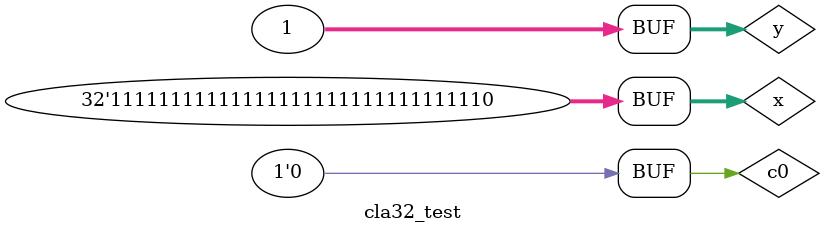
<source format=v>
`timescale 1ns / 1ps


module cla32_test;

	// Inputs
	reg [31:0] x;
	reg [31:0] y;
	reg c0;

	// Outputs
	wire [31:0] s;
	wire [7:0] c;

	// Instantiate the Unit Under Test (UUT)
	cla32 uut (
		.x(x), 
		.y(y), 
		.c0(c0), 
		.s(s), 
		.c(c)
	);

	initial begin
		// Initialize Inputs
		x = 0;
		y = 0;
		c0 = 0;

		// Wait 100 ns for global reset to finish
		#100;
      x = 32'hFFFFFFFE;
		y = 1;
		// Add stimulus here

	end
      
endmodule


</source>
